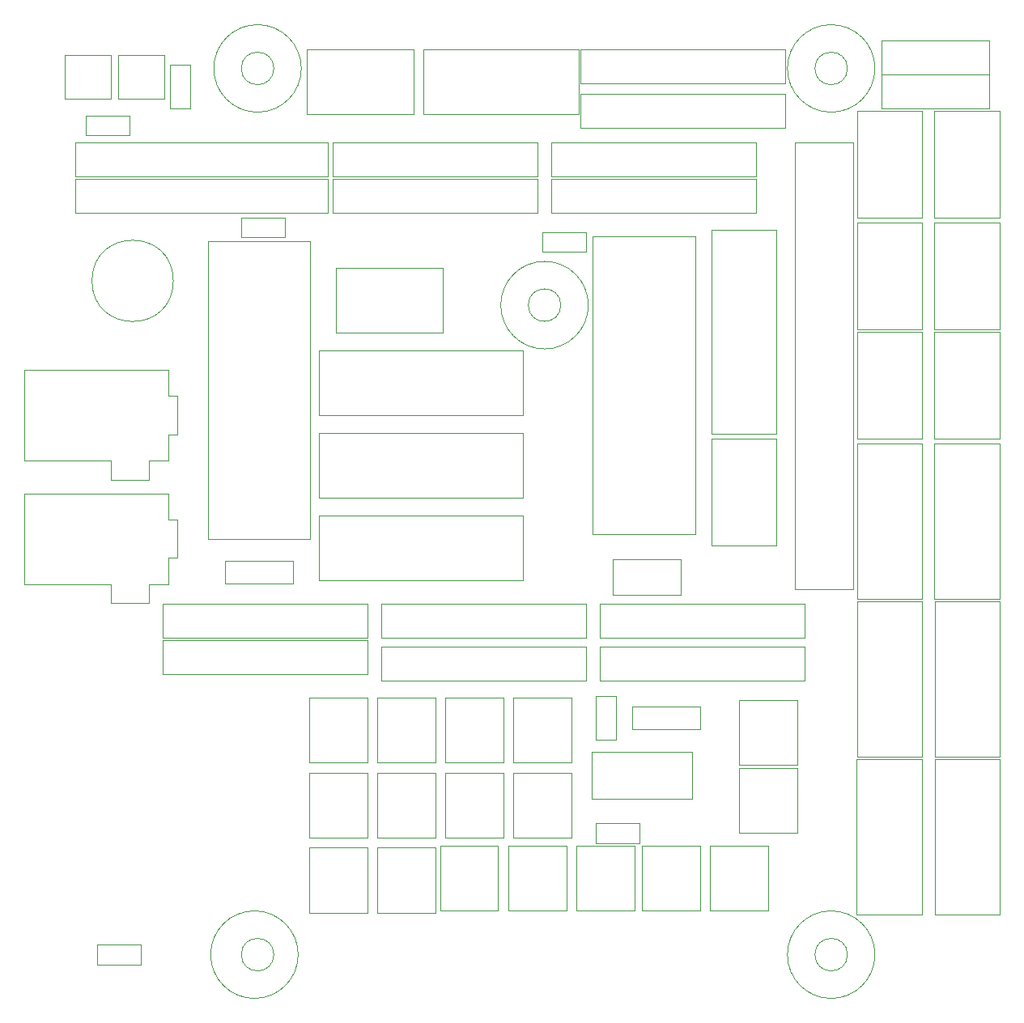
<source format=gbr>
%TF.GenerationSoftware,KiCad,Pcbnew,(6.0.7-1)-1*%
%TF.CreationDate,2023-10-29T12:02:16+10:00*%
%TF.ProjectId,Right Console Output,52696768-7420-4436-9f6e-736f6c65204f,rev?*%
%TF.SameCoordinates,Original*%
%TF.FileFunction,Other,User*%
%FSLAX46Y46*%
G04 Gerber Fmt 4.6, Leading zero omitted, Abs format (unit mm)*
G04 Created by KiCad (PCBNEW (6.0.7-1)-1) date 2023-10-29 12:02:16*
%MOMM*%
%LPD*%
G01*
G04 APERTURE LIST*
%ADD10C,0.050000*%
G04 APERTURE END LIST*
D10*
X200598100Y-132385000D02*
G75*
G03*
X200598100Y-132385000I-4579050J0D01*
G01*
X140599050Y-39675000D02*
G75*
G03*
X140599050Y-39675000I-4579050J0D01*
G01*
X200599050Y-39675000D02*
G75*
G03*
X200599050Y-39675000I-4579050J0D01*
G01*
X140273100Y-132385000D02*
G75*
G03*
X140273100Y-132385000I-4579050J0D01*
G01*
X170619050Y-64440000D02*
G75*
G03*
X170619050Y-64440000I-4579050J0D01*
G01*
%TO.C,J45*%
X198320000Y-94180000D02*
X192220000Y-94180000D01*
X198320000Y-47430000D02*
X198320000Y-94180000D01*
X192220000Y-47430000D02*
X198320000Y-47430000D01*
X192220000Y-94180000D02*
X192220000Y-47430000D01*
%TO.C,J42*%
X126140000Y-95710000D02*
X147490000Y-95710000D01*
X147490000Y-95710000D02*
X147490000Y-99260000D01*
X147490000Y-99260000D02*
X126140000Y-99260000D01*
X126140000Y-99260000D02*
X126140000Y-95710000D01*
%TO.C,J43*%
X149000000Y-99260000D02*
X149000000Y-95710000D01*
X170350000Y-99260000D02*
X149000000Y-99260000D01*
X149000000Y-95710000D02*
X170350000Y-95710000D01*
X170350000Y-95710000D02*
X170350000Y-99260000D01*
%TO.C,J44*%
X193210000Y-99260000D02*
X171860000Y-99260000D01*
X171860000Y-99260000D02*
X171860000Y-95710000D01*
X193210000Y-95710000D02*
X193210000Y-99260000D01*
X171860000Y-95710000D02*
X193210000Y-95710000D01*
%TO.C,J46*%
X116996000Y-47450000D02*
X143396000Y-47450000D01*
X116996000Y-51000000D02*
X116996000Y-47450000D01*
X143396000Y-51000000D02*
X116996000Y-51000000D01*
X143396000Y-47450000D02*
X143396000Y-51000000D01*
%TO.C,J47*%
X143920000Y-51000000D02*
X143920000Y-47450000D01*
X165270000Y-51000000D02*
X143920000Y-51000000D01*
X143920000Y-47450000D02*
X165270000Y-47450000D01*
X165270000Y-47450000D02*
X165270000Y-51000000D01*
%TO.C,J48*%
X188130000Y-47450000D02*
X188130000Y-51000000D01*
X166780000Y-47450000D02*
X188130000Y-47450000D01*
X188130000Y-51000000D02*
X166780000Y-51000000D01*
X166780000Y-51000000D02*
X166780000Y-47450000D01*
%TO.C,C3*%
X173158000Y-94738000D02*
X180258000Y-94738000D01*
X180258000Y-94738000D02*
X180258000Y-91038000D01*
X173158000Y-91038000D02*
X173158000Y-94738000D01*
X180258000Y-91038000D02*
X173158000Y-91038000D01*
%TO.C,R4*%
X122590000Y-44594000D02*
X118050000Y-44594000D01*
X122590000Y-46694000D02*
X122590000Y-44594000D01*
X118050000Y-46694000D02*
X122590000Y-46694000D01*
X118050000Y-44594000D02*
X118050000Y-46694000D01*
%TO.C,J15*%
X212524000Y-36732000D02*
X201324000Y-36732000D01*
X201324000Y-40332000D02*
X212524000Y-40332000D01*
X201324000Y-36732000D02*
X201324000Y-40332000D01*
X212524000Y-40332000D02*
X212524000Y-36732000D01*
%TO.C,J55*%
X183488000Y-77894000D02*
X190288000Y-77894000D01*
X190288000Y-56574000D02*
X183488000Y-56574000D01*
X183488000Y-56574000D02*
X183488000Y-77894000D01*
X190288000Y-77894000D02*
X190288000Y-56574000D01*
%TO.C,J35*%
X213616000Y-78402000D02*
X213616000Y-67242000D01*
X213616000Y-67242000D02*
X206816000Y-67242000D01*
X206816000Y-67242000D02*
X206816000Y-78402000D01*
X206816000Y-78402000D02*
X213616000Y-78402000D01*
%TO.C,J11*%
X169828000Y-37670000D02*
X169828000Y-41270000D01*
X191178000Y-37670000D02*
X169828000Y-37670000D01*
X191178000Y-41270000D02*
X191178000Y-37670000D01*
X169828000Y-41270000D02*
X191178000Y-41270000D01*
%TO.C,R5*%
X123815000Y-131335000D02*
X119275000Y-131335000D01*
X119275000Y-131335000D02*
X119275000Y-133435000D01*
X123815000Y-133435000D02*
X123815000Y-131335000D01*
X119275000Y-133435000D02*
X123815000Y-133435000D01*
%TO.C,J12*%
X161750000Y-120140000D02*
X161750000Y-113340000D01*
X155670000Y-120140000D02*
X161750000Y-120140000D01*
X161750000Y-113340000D02*
X155670000Y-113340000D01*
X155670000Y-113340000D02*
X155670000Y-120140000D01*
%TO.C,J39*%
X198708000Y-55785000D02*
X198708000Y-66945000D01*
X205508000Y-66945000D02*
X205508000Y-55785000D01*
X205508000Y-55785000D02*
X198708000Y-55785000D01*
X198708000Y-66945000D02*
X205508000Y-66945000D01*
%TO.C,J33*%
X193210000Y-103705000D02*
X171860000Y-103705000D01*
X171860000Y-100155000D02*
X193210000Y-100155000D01*
X193210000Y-100155000D02*
X193210000Y-103705000D01*
X171860000Y-103705000D02*
X171860000Y-100155000D01*
%TO.C,J53*%
X186368000Y-112544000D02*
X192448000Y-112544000D01*
X192448000Y-112544000D02*
X192448000Y-105744000D01*
X192448000Y-105744000D02*
X186368000Y-105744000D01*
X186368000Y-105744000D02*
X186368000Y-112544000D01*
%TO.C,H2*%
X197720000Y-132385000D02*
G75*
G03*
X197720000Y-132385000I-1700000J0D01*
G01*
%TO.C,J51*%
X144204000Y-60532000D02*
X144204000Y-67332000D01*
X144204000Y-67332000D02*
X155364000Y-67332000D01*
X155364000Y-60532000D02*
X144204000Y-60532000D01*
X155364000Y-67332000D02*
X155364000Y-60532000D01*
%TO.C,J18*%
X141410000Y-127990000D02*
X147490000Y-127990000D01*
X147490000Y-127990000D02*
X147490000Y-121190000D01*
X141410000Y-121190000D02*
X141410000Y-127990000D01*
X147490000Y-121190000D02*
X141410000Y-121190000D01*
%TO.C,J28*%
X205508000Y-111676000D02*
X205508000Y-95436000D01*
X198708000Y-111676000D02*
X205508000Y-111676000D01*
X198708000Y-95436000D02*
X198708000Y-111676000D01*
X205508000Y-95436000D02*
X198708000Y-95436000D01*
%TO.C,J41*%
X147490000Y-99520000D02*
X147490000Y-103070000D01*
X147490000Y-103070000D02*
X126140000Y-103070000D01*
X126140000Y-99520000D02*
X147490000Y-99520000D01*
X126140000Y-103070000D02*
X126140000Y-99520000D01*
%TO.C,J49*%
X142426000Y-77784000D02*
X142426000Y-84584000D01*
X163746000Y-77784000D02*
X142426000Y-77784000D01*
X163746000Y-84584000D02*
X163746000Y-77784000D01*
X142426000Y-84584000D02*
X163746000Y-84584000D01*
%TO.C,J14*%
X182288000Y-127784000D02*
X182288000Y-120984000D01*
X176208000Y-127784000D02*
X182288000Y-127784000D01*
X182288000Y-120984000D02*
X176208000Y-120984000D01*
X176208000Y-120984000D02*
X176208000Y-127784000D01*
%TO.C,R6*%
X134306000Y-55262000D02*
X134306000Y-57362000D01*
X138846000Y-57362000D02*
X138846000Y-55262000D01*
X138846000Y-55262000D02*
X134306000Y-55262000D01*
X134306000Y-57362000D02*
X138846000Y-57362000D01*
%TO.C,C1*%
X139745000Y-93580000D02*
X139745000Y-91180000D01*
X132645000Y-93580000D02*
X139745000Y-93580000D01*
X132645000Y-91180000D02*
X132645000Y-93580000D01*
X139745000Y-91180000D02*
X132645000Y-91180000D01*
%TO.C,J9*%
X189418000Y-120984000D02*
X183338000Y-120984000D01*
X183338000Y-127784000D02*
X189418000Y-127784000D01*
X183338000Y-120984000D02*
X183338000Y-127784000D01*
X189418000Y-127784000D02*
X189418000Y-120984000D01*
%TO.C,J40*%
X206816000Y-55288000D02*
X213616000Y-55288000D01*
X213616000Y-44128000D02*
X206816000Y-44128000D01*
X213616000Y-55288000D02*
X213616000Y-44128000D01*
X206816000Y-44128000D02*
X206816000Y-55288000D01*
%TO.C,U2*%
X141535000Y-88910000D02*
X141535000Y-57760000D01*
X141535000Y-57760000D02*
X130835000Y-57760000D01*
X130835000Y-57760000D02*
X130835000Y-88910000D01*
X130835000Y-88910000D02*
X141535000Y-88910000D01*
%TO.C,J27*%
X206836000Y-128177000D02*
X213636000Y-128177000D01*
X213636000Y-111937000D02*
X206836000Y-111937000D01*
X213636000Y-128177000D02*
X213636000Y-111937000D01*
X206836000Y-111937000D02*
X206836000Y-128177000D01*
%TO.C,J52*%
X142426000Y-69148000D02*
X142426000Y-75948000D01*
X163746000Y-75948000D02*
X163746000Y-69148000D01*
X142426000Y-75948000D02*
X163746000Y-75948000D01*
X163746000Y-69148000D02*
X142426000Y-69148000D01*
%TO.C,J19*%
X175448000Y-127764000D02*
X175448000Y-120964000D01*
X175448000Y-120964000D02*
X169368000Y-120964000D01*
X169368000Y-120964000D02*
X169368000Y-127764000D01*
X169368000Y-127764000D02*
X175448000Y-127764000D01*
%TO.C,R1*%
X171380000Y-105350000D02*
X171380000Y-109890000D01*
X173480000Y-109890000D02*
X173480000Y-105350000D01*
X173480000Y-105350000D02*
X171380000Y-105350000D01*
X171380000Y-109890000D02*
X173480000Y-109890000D01*
%TO.C,J34*%
X152316000Y-44472000D02*
X152316000Y-37672000D01*
X152316000Y-37672000D02*
X141156000Y-37672000D01*
X141156000Y-44472000D02*
X152316000Y-44472000D01*
X141156000Y-37672000D02*
X141156000Y-44472000D01*
%TO.C,J17*%
X148540000Y-113340000D02*
X148540000Y-120140000D01*
X154620000Y-113340000D02*
X148540000Y-113340000D01*
X148540000Y-120140000D02*
X154620000Y-120140000D01*
X154620000Y-120140000D02*
X154620000Y-113340000D01*
%TO.C,J8*%
X154620000Y-105490000D02*
X148540000Y-105490000D01*
X148540000Y-105490000D02*
X148540000Y-112290000D01*
X154620000Y-112290000D02*
X154620000Y-105490000D01*
X148540000Y-112290000D02*
X154620000Y-112290000D01*
%TO.C,J5*%
X147490000Y-113340000D02*
X141410000Y-113340000D01*
X141410000Y-120140000D02*
X147490000Y-120140000D01*
X147490000Y-120140000D02*
X147490000Y-113340000D01*
X141410000Y-113340000D02*
X141410000Y-120140000D01*
%TO.C,J6*%
X161188000Y-120964000D02*
X155108000Y-120964000D01*
X155108000Y-127764000D02*
X161188000Y-127764000D01*
X161188000Y-127764000D02*
X161188000Y-120964000D01*
X155108000Y-120964000D02*
X155108000Y-127764000D01*
%TO.C,J3*%
X162238000Y-120964000D02*
X162238000Y-127764000D01*
X168318000Y-127764000D02*
X168318000Y-120964000D01*
X162238000Y-127764000D02*
X168318000Y-127764000D01*
X168318000Y-120964000D02*
X162238000Y-120964000D01*
%TO.C,H3*%
X197720000Y-39675000D02*
G75*
G03*
X197720000Y-39675000I-1700000J0D01*
G01*
%TO.C,J26*%
X166780000Y-51260000D02*
X188130000Y-51260000D01*
X188130000Y-51260000D02*
X188130000Y-54810000D01*
X166780000Y-54810000D02*
X166780000Y-51260000D01*
X188130000Y-54810000D02*
X166780000Y-54810000D01*
%TO.C,J2*%
X148540000Y-127990000D02*
X154620000Y-127990000D01*
X154620000Y-121190000D02*
X148540000Y-121190000D01*
X148540000Y-121190000D02*
X148540000Y-127990000D01*
X154620000Y-127990000D02*
X154620000Y-121190000D01*
%TO.C,J29*%
X213636000Y-111676000D02*
X213636000Y-95436000D01*
X206836000Y-111676000D02*
X213636000Y-111676000D01*
X213636000Y-95436000D02*
X206836000Y-95436000D01*
X206836000Y-95436000D02*
X206836000Y-111676000D01*
%TO.C,J56*%
X183488000Y-89578000D02*
X190288000Y-89578000D01*
X190288000Y-89578000D02*
X190288000Y-78418000D01*
X183488000Y-78418000D02*
X183488000Y-89578000D01*
X190288000Y-78418000D02*
X183488000Y-78418000D01*
%TO.C,J37*%
X205508000Y-44128000D02*
X198708000Y-44128000D01*
X205508000Y-55288000D02*
X205508000Y-44128000D01*
X198708000Y-44128000D02*
X198708000Y-55288000D01*
X198708000Y-55288000D02*
X205508000Y-55288000D01*
%TO.C,J7*%
X162800000Y-113340000D02*
X162800000Y-120140000D01*
X168880000Y-120140000D02*
X168880000Y-113340000D01*
X168880000Y-113340000D02*
X162800000Y-113340000D01*
X162800000Y-120140000D02*
X168880000Y-120140000D01*
%TO.C,R7*%
X170342000Y-56786000D02*
X165802000Y-56786000D01*
X165802000Y-56786000D02*
X165802000Y-58886000D01*
X165802000Y-58886000D02*
X170342000Y-58886000D01*
X170342000Y-58886000D02*
X170342000Y-56786000D01*
%TO.C,J21*%
X205488000Y-128186000D02*
X205488000Y-111946000D01*
X198688000Y-128186000D02*
X205488000Y-128186000D01*
X205488000Y-111946000D02*
X198688000Y-111946000D01*
X198688000Y-111946000D02*
X198688000Y-128186000D01*
%TO.C,J22*%
X124660000Y-95632500D02*
X120660000Y-95632500D01*
X124660000Y-93632500D02*
X124660000Y-95632500D01*
X126660000Y-86882500D02*
X127660000Y-86882500D01*
X126660000Y-84382500D02*
X126660000Y-86882500D01*
X120660000Y-93632500D02*
X111660000Y-93632500D01*
X111660000Y-93632500D02*
X111660000Y-84132500D01*
X120660000Y-95632500D02*
X120660000Y-93632500D01*
X127660000Y-90882500D02*
X126660000Y-90882500D01*
X126660000Y-93632500D02*
X124660000Y-93632500D01*
X127660000Y-86882500D02*
X127660000Y-90882500D01*
X126660000Y-84382500D02*
X126660000Y-84132500D01*
X126660000Y-84132500D02*
X111660000Y-84132500D01*
X126660000Y-90882500D02*
X126660000Y-93632500D01*
%TO.C,J31*%
X213616000Y-78926000D02*
X206816000Y-78926000D01*
X206816000Y-95166000D02*
X213616000Y-95166000D01*
X206816000Y-78926000D02*
X206816000Y-95166000D01*
X213616000Y-95166000D02*
X213616000Y-78926000D01*
%TO.C,J25*%
X165270000Y-51260000D02*
X165270000Y-54810000D01*
X143920000Y-54810000D02*
X143920000Y-51260000D01*
X143920000Y-51260000D02*
X165270000Y-51260000D01*
X165270000Y-54810000D02*
X143920000Y-54810000D01*
%TO.C,J32*%
X170350000Y-100155000D02*
X170350000Y-103705000D01*
X149000000Y-103705000D02*
X149000000Y-100155000D01*
X149000000Y-100155000D02*
X170350000Y-100155000D01*
X170350000Y-103705000D02*
X149000000Y-103705000D01*
%TO.C,J16*%
X169828000Y-42320000D02*
X169828000Y-45920000D01*
X169828000Y-45920000D02*
X191178000Y-45920000D01*
X191178000Y-42320000D02*
X169828000Y-42320000D01*
X191178000Y-45920000D02*
X191178000Y-42320000D01*
%TO.C,J10*%
X201324000Y-40288000D02*
X201324000Y-43888000D01*
X212524000Y-43888000D02*
X212524000Y-40288000D01*
X201324000Y-43888000D02*
X212524000Y-43888000D01*
X212524000Y-40288000D02*
X201324000Y-40288000D01*
%TO.C,C4*%
X127207300Y-61900000D02*
G75*
G03*
X127207300Y-61900000I-4250000J0D01*
G01*
%TO.C,J54*%
X192448000Y-112856000D02*
X186368000Y-112856000D01*
X186368000Y-112856000D02*
X186368000Y-119656000D01*
X192448000Y-119656000D02*
X192448000Y-112856000D01*
X186368000Y-119656000D02*
X192448000Y-119656000D01*
%TO.C,J13*%
X161750000Y-105490000D02*
X155670000Y-105490000D01*
X161750000Y-112290000D02*
X161750000Y-105490000D01*
X155670000Y-105490000D02*
X155670000Y-112290000D01*
X155670000Y-112290000D02*
X161750000Y-112290000D01*
%TO.C,J36*%
X198708000Y-78402000D02*
X205508000Y-78402000D01*
X205508000Y-78402000D02*
X205508000Y-67242000D01*
X198708000Y-67242000D02*
X198708000Y-78402000D01*
X205508000Y-67242000D02*
X198708000Y-67242000D01*
%TO.C,J4*%
X168880000Y-105490000D02*
X162800000Y-105490000D01*
X162800000Y-112290000D02*
X168880000Y-112290000D01*
X162800000Y-105490000D02*
X162800000Y-112290000D01*
X168880000Y-112290000D02*
X168880000Y-105490000D01*
%TO.C,Q1*%
X170950000Y-111205000D02*
X170950000Y-116115000D01*
X181450000Y-116115000D02*
X181450000Y-111205000D01*
X170950000Y-116115000D02*
X181450000Y-116115000D01*
X181450000Y-111205000D02*
X170950000Y-111205000D01*
%TO.C,D1*%
X121451000Y-42814000D02*
X126301000Y-42814000D01*
X126301000Y-38314000D02*
X121451000Y-38314000D01*
X121451000Y-38314000D02*
X121451000Y-42814000D01*
X126301000Y-42814000D02*
X126301000Y-38314000D01*
%TO.C,J20*%
X120660000Y-80695000D02*
X111660000Y-80695000D01*
X126660000Y-73945000D02*
X127660000Y-73945000D01*
X127660000Y-77945000D02*
X126660000Y-77945000D01*
X126660000Y-77945000D02*
X126660000Y-80695000D01*
X127660000Y-73945000D02*
X127660000Y-77945000D01*
X124660000Y-80695000D02*
X124660000Y-82695000D01*
X124660000Y-82695000D02*
X120660000Y-82695000D01*
X126660000Y-71195000D02*
X111660000Y-71195000D01*
X111660000Y-80695000D02*
X111660000Y-71195000D01*
X126660000Y-71445000D02*
X126660000Y-71195000D01*
X120660000Y-82695000D02*
X120660000Y-80695000D01*
X126660000Y-71445000D02*
X126660000Y-73945000D01*
X126660000Y-80695000D02*
X124660000Y-80695000D01*
%TO.C,U3*%
X171094000Y-88402000D02*
X181794000Y-88402000D01*
X171094000Y-57252000D02*
X171094000Y-88402000D01*
X181794000Y-88402000D02*
X181794000Y-57252000D01*
X181794000Y-57252000D02*
X171094000Y-57252000D01*
%TO.C,R3*%
X126890000Y-39310000D02*
X126890000Y-43850000D01*
X128990000Y-39310000D02*
X126890000Y-39310000D01*
X128990000Y-43850000D02*
X128990000Y-39310000D01*
X126890000Y-43850000D02*
X128990000Y-43850000D01*
%TO.C,J38*%
X213616000Y-55785000D02*
X206816000Y-55785000D01*
X206816000Y-66945000D02*
X213616000Y-66945000D01*
X213616000Y-66945000D02*
X213616000Y-55785000D01*
X206816000Y-55785000D02*
X206816000Y-66945000D01*
%TO.C,MH1*%
X167740000Y-64440000D02*
G75*
G03*
X167740000Y-64440000I-1700000J0D01*
G01*
%TO.C,J23*%
X169588000Y-37672000D02*
X153348000Y-37672000D01*
X153348000Y-44472000D02*
X169588000Y-44472000D01*
X153348000Y-37672000D02*
X153348000Y-44472000D01*
X169588000Y-44472000D02*
X169588000Y-37672000D01*
%TO.C,J24*%
X143396000Y-51235000D02*
X143396000Y-54785000D01*
X116996000Y-54785000D02*
X116996000Y-51235000D01*
X143396000Y-54785000D02*
X116996000Y-54785000D01*
X116996000Y-51235000D02*
X143396000Y-51235000D01*
%TO.C,H1*%
X137720000Y-132385000D02*
G75*
G03*
X137720000Y-132385000I-1700000J0D01*
G01*
%TO.C,R2*%
X175930000Y-118635000D02*
X171390000Y-118635000D01*
X171390000Y-118635000D02*
X171390000Y-120735000D01*
X171390000Y-120735000D02*
X175930000Y-120735000D01*
X175930000Y-120735000D02*
X175930000Y-118635000D01*
%TO.C,J30*%
X205508000Y-95166000D02*
X205508000Y-78926000D01*
X198708000Y-78926000D02*
X198708000Y-95166000D01*
X205508000Y-78926000D02*
X198708000Y-78926000D01*
X198708000Y-95166000D02*
X205508000Y-95166000D01*
%TO.C,D2*%
X115863000Y-42814000D02*
X120713000Y-42814000D01*
X120713000Y-38314000D02*
X115863000Y-38314000D01*
X115863000Y-38314000D02*
X115863000Y-42814000D01*
X120713000Y-42814000D02*
X120713000Y-38314000D01*
%TO.C,J1*%
X141410000Y-105490000D02*
X141410000Y-112290000D01*
X147490000Y-105490000D02*
X141410000Y-105490000D01*
X147490000Y-112290000D02*
X147490000Y-105490000D01*
X141410000Y-112290000D02*
X147490000Y-112290000D01*
%TO.C,C2*%
X175190000Y-108820000D02*
X182290000Y-108820000D01*
X182290000Y-106420000D02*
X175190000Y-106420000D01*
X182290000Y-108820000D02*
X182290000Y-106420000D01*
X175190000Y-106420000D02*
X175190000Y-108820000D01*
%TO.C,J50*%
X163746000Y-93220000D02*
X163746000Y-86420000D01*
X142426000Y-93220000D02*
X163746000Y-93220000D01*
X142426000Y-86420000D02*
X142426000Y-93220000D01*
X163746000Y-86420000D02*
X142426000Y-86420000D01*
%TO.C,H4*%
X137720000Y-39675000D02*
G75*
G03*
X137720000Y-39675000I-1700000J0D01*
G01*
%TD*%
M02*

</source>
